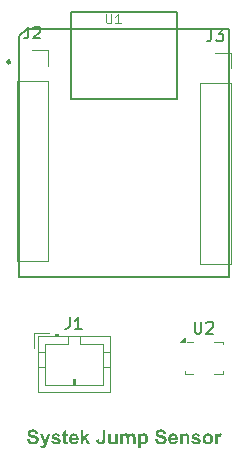
<source format=gbr>
%TF.GenerationSoftware,KiCad,Pcbnew,8.0.1*%
%TF.CreationDate,2024-04-18T20:01:03+02:00*%
%TF.ProjectId,jump,6a756d70-2e6b-4696-9361-645f70636258,rev?*%
%TF.SameCoordinates,Original*%
%TF.FileFunction,Legend,Top*%
%TF.FilePolarity,Positive*%
%FSLAX46Y46*%
G04 Gerber Fmt 4.6, Leading zero omitted, Abs format (unit mm)*
G04 Created by KiCad (PCBNEW 8.0.1) date 2024-04-18 20:01:03*
%MOMM*%
%LPD*%
G01*
G04 APERTURE LIST*
%ADD10C,0.300000*%
%ADD11C,0.150000*%
%ADD12C,0.106680*%
%ADD13C,0.120000*%
%ADD14C,0.254000*%
%ADD15C,0.127000*%
%ADD16C,0.100000*%
G04 APERTURE END LIST*
D10*
G36*
X65060963Y-87402085D02*
G01*
X65298367Y-87383327D01*
X65313879Y-87443744D01*
X65339273Y-87499455D01*
X65377123Y-87546851D01*
X65385122Y-87553906D01*
X65435660Y-87584943D01*
X65497005Y-87603097D01*
X65562149Y-87608421D01*
X65623834Y-87604549D01*
X65681605Y-87591166D01*
X65735969Y-87562486D01*
X65739762Y-87559475D01*
X65780635Y-87513249D01*
X65799027Y-87456748D01*
X65799553Y-87444583D01*
X65784168Y-87386330D01*
X65774347Y-87372775D01*
X65725234Y-87337204D01*
X65686713Y-87321191D01*
X65628089Y-87303256D01*
X65568302Y-87286867D01*
X65509845Y-87271492D01*
X65491221Y-87266676D01*
X65432801Y-87250485D01*
X65370235Y-87229657D01*
X65315892Y-87207304D01*
X65262884Y-87179299D01*
X65216008Y-87144750D01*
X65172611Y-87098522D01*
X65139873Y-87048059D01*
X65117794Y-86993360D01*
X65106373Y-86934425D01*
X65104633Y-86898847D01*
X65110798Y-86836190D01*
X65129292Y-86776372D01*
X65156803Y-86724457D01*
X65194087Y-86677339D01*
X65240357Y-86637835D01*
X65295615Y-86605944D01*
X65307745Y-86600480D01*
X65366504Y-86579936D01*
X65424106Y-86567319D01*
X65486763Y-86560015D01*
X65545736Y-86557981D01*
X65614063Y-86560479D01*
X65676894Y-86567971D01*
X65734230Y-86580457D01*
X65795779Y-86602034D01*
X65849415Y-86630802D01*
X65888066Y-86660270D01*
X65933229Y-86708289D01*
X65967928Y-86762844D01*
X65992165Y-86823935D01*
X66004612Y-86881500D01*
X66009113Y-86933138D01*
X65764968Y-86933138D01*
X65748248Y-86872784D01*
X65715927Y-86820395D01*
X65697850Y-86803885D01*
X65642841Y-86776837D01*
X65579972Y-86765709D01*
X65543098Y-86764318D01*
X65481251Y-86768497D01*
X65423534Y-86782746D01*
X65376622Y-86807109D01*
X65340994Y-86856403D01*
X65337934Y-86880968D01*
X65358377Y-86937077D01*
X65374277Y-86952775D01*
X65427377Y-86982135D01*
X65483431Y-87002578D01*
X65546032Y-87021037D01*
X65598492Y-87034548D01*
X65662051Y-87050876D01*
X65719076Y-87067328D01*
X65777350Y-87086679D01*
X65833060Y-87109000D01*
X65861981Y-87123062D01*
X65911652Y-87154506D01*
X65957894Y-87196566D01*
X65995338Y-87246453D01*
X66022871Y-87304583D01*
X66037984Y-87364941D01*
X66043509Y-87425382D01*
X66043698Y-87439600D01*
X66038059Y-87503525D01*
X66021144Y-87564874D01*
X65992951Y-87623647D01*
X65985959Y-87635092D01*
X65949702Y-87682656D01*
X65905887Y-87722800D01*
X65854514Y-87755525D01*
X65822707Y-87770501D01*
X65766708Y-87789863D01*
X65704225Y-87803693D01*
X65644232Y-87811257D01*
X65579275Y-87814584D01*
X65559804Y-87814757D01*
X65490777Y-87812189D01*
X65426946Y-87804482D01*
X65368309Y-87791638D01*
X65304802Y-87769443D01*
X65248775Y-87739850D01*
X65207801Y-87709538D01*
X65165222Y-87666580D01*
X65129587Y-87616843D01*
X65100897Y-87560325D01*
X65079153Y-87497028D01*
X65066337Y-87439101D01*
X65060963Y-87402085D01*
G37*
G36*
X66131039Y-86914381D02*
G01*
X66377529Y-86914381D01*
X66587090Y-87538665D01*
X66791374Y-86914381D01*
X67031416Y-86914381D01*
X66722205Y-87764053D01*
X66667103Y-87926425D01*
X66642773Y-87980441D01*
X66612269Y-88033707D01*
X66608778Y-88038679D01*
X66569084Y-88083146D01*
X66545471Y-88101401D01*
X66491345Y-88128401D01*
X66457250Y-88138916D01*
X66397703Y-88149436D01*
X66338841Y-88152399D01*
X66276772Y-88149565D01*
X66215863Y-88141064D01*
X66207829Y-88139503D01*
X66187313Y-87971561D01*
X66245211Y-87981278D01*
X66285498Y-87983578D01*
X66344069Y-87974823D01*
X66394460Y-87942962D01*
X66404787Y-87930528D01*
X66435361Y-87878813D01*
X66457422Y-87820845D01*
X66464284Y-87796000D01*
X66131039Y-86914381D01*
G37*
G36*
X67093551Y-87552147D02*
G01*
X67325973Y-87514632D01*
X67348468Y-87571345D01*
X67386057Y-87612524D01*
X67440572Y-87637584D01*
X67503179Y-87645806D01*
X67513258Y-87645937D01*
X67574299Y-87641279D01*
X67633096Y-87622359D01*
X67648374Y-87612817D01*
X67678379Y-87560468D01*
X67678855Y-87550975D01*
X67662442Y-87507304D01*
X67605899Y-87482181D01*
X67584773Y-87476823D01*
X67517930Y-87461527D01*
X67457498Y-87446561D01*
X67390974Y-87428317D01*
X67334468Y-87410589D01*
X67272190Y-87386634D01*
X67229546Y-87363690D01*
X67184153Y-87324599D01*
X67148589Y-87272301D01*
X67129439Y-87211193D01*
X67125792Y-87165560D01*
X67132886Y-87104161D01*
X67154169Y-87048558D01*
X67189640Y-86998751D01*
X67215478Y-86973585D01*
X67266640Y-86939476D01*
X67321536Y-86917626D01*
X67385884Y-86903236D01*
X67448563Y-86896841D01*
X67494207Y-86895623D01*
X67558336Y-86897787D01*
X67624948Y-86905781D01*
X67682725Y-86919665D01*
X67737936Y-86942746D01*
X67761214Y-86957172D01*
X67806173Y-86996476D01*
X67842461Y-87045147D01*
X67870078Y-87103185D01*
X67881674Y-87139475D01*
X67663028Y-87176990D01*
X67637436Y-87121243D01*
X67609685Y-87093459D01*
X67555260Y-87069997D01*
X67498311Y-87064443D01*
X67437023Y-87068029D01*
X67378001Y-87083966D01*
X67367299Y-87089942D01*
X67340921Y-87137130D01*
X67364075Y-87179042D01*
X67420912Y-87202948D01*
X67479786Y-87219884D01*
X67547050Y-87236655D01*
X67580376Y-87244401D01*
X67645814Y-87260799D01*
X67703420Y-87278556D01*
X67760729Y-87300992D01*
X67813174Y-87328899D01*
X67838883Y-87347570D01*
X67880099Y-87395905D01*
X67904207Y-87455876D01*
X67911277Y-87520494D01*
X67903324Y-87585610D01*
X67879468Y-87645440D01*
X67844911Y-87694185D01*
X67810746Y-87728002D01*
X67762150Y-87761806D01*
X67704325Y-87787308D01*
X67647416Y-87802557D01*
X67583727Y-87811707D01*
X67513258Y-87814757D01*
X67448731Y-87812274D01*
X67389459Y-87804824D01*
X67326950Y-87789856D01*
X67271594Y-87768127D01*
X67229839Y-87744122D01*
X67182303Y-87705636D01*
X67143743Y-87660811D01*
X67114159Y-87609648D01*
X67093551Y-87552147D01*
G37*
G36*
X68510942Y-86914381D02*
G01*
X68510942Y-87083201D01*
X68352672Y-87083201D01*
X68352672Y-87465979D01*
X68353102Y-87529228D01*
X68355356Y-87588575D01*
X68357069Y-87601680D01*
X68377878Y-87633627D01*
X68416859Y-87645937D01*
X68474765Y-87635408D01*
X68510062Y-87623662D01*
X68529993Y-87784276D01*
X68471885Y-87801630D01*
X68408790Y-87811781D01*
X68347103Y-87814757D01*
X68287459Y-87809335D01*
X68233970Y-87793069D01*
X68181626Y-87761035D01*
X68160111Y-87737088D01*
X68135522Y-87681604D01*
X68127578Y-87644178D01*
X68122083Y-87581383D01*
X68120508Y-87520630D01*
X68120251Y-87476237D01*
X68120251Y-87083201D01*
X68013859Y-87083201D01*
X68013859Y-86914381D01*
X68120251Y-86914381D01*
X68120251Y-86745560D01*
X68352672Y-86614255D01*
X68352672Y-86914381D01*
X68510942Y-86914381D01*
G37*
G36*
X69061738Y-86898778D02*
G01*
X69127216Y-86910896D01*
X69186904Y-86932101D01*
X69240801Y-86962395D01*
X69288907Y-87001777D01*
X69310788Y-87024876D01*
X69349061Y-87078179D01*
X69379028Y-87141146D01*
X69397657Y-87201002D01*
X69410518Y-87267571D01*
X69417612Y-87340851D01*
X69419135Y-87404307D01*
X69418939Y-87420842D01*
X68838618Y-87420842D01*
X68845092Y-87482884D01*
X68863784Y-87540419D01*
X68894598Y-87586732D01*
X68942531Y-87625065D01*
X68999170Y-87643855D01*
X69028248Y-87645937D01*
X69086540Y-87636534D01*
X69119399Y-87619265D01*
X69158829Y-87573218D01*
X69175673Y-87533390D01*
X69406629Y-87570905D01*
X69381130Y-87626996D01*
X69344736Y-87681602D01*
X69300182Y-87727212D01*
X69265945Y-87752622D01*
X69208209Y-87782658D01*
X69150466Y-87801105D01*
X69086677Y-87811784D01*
X69025903Y-87814757D01*
X68957367Y-87811101D01*
X68894642Y-87800131D01*
X68837726Y-87781849D01*
X68777098Y-87750257D01*
X68724836Y-87708134D01*
X68687676Y-87664988D01*
X68653986Y-87609413D01*
X68628571Y-87547836D01*
X68613372Y-87490278D01*
X68604253Y-87428309D01*
X68601214Y-87361931D01*
X68603990Y-87295923D01*
X68607402Y-87270780D01*
X68842721Y-87270780D01*
X69188862Y-87270780D01*
X69182788Y-87212333D01*
X69163334Y-87154741D01*
X69136985Y-87117200D01*
X69089549Y-87081136D01*
X69029635Y-87064907D01*
X69016524Y-87064443D01*
X68955352Y-87075046D01*
X68904165Y-87106855D01*
X68891374Y-87119838D01*
X68859449Y-87171614D01*
X68844749Y-87230999D01*
X68842721Y-87270780D01*
X68607402Y-87270780D01*
X68612319Y-87234551D01*
X68629644Y-87167025D01*
X68654964Y-87106177D01*
X68688280Y-87052005D01*
X68714933Y-87019600D01*
X68759701Y-86977467D01*
X68808713Y-86944051D01*
X68861971Y-86919353D01*
X68919474Y-86903371D01*
X68981223Y-86896107D01*
X69002749Y-86895623D01*
X69061738Y-86898778D01*
G37*
G36*
X69594794Y-87796000D02*
G01*
X69594794Y-86576739D01*
X69826629Y-86576739D01*
X69826629Y-87224764D01*
X70097739Y-86914381D01*
X70382916Y-86914381D01*
X70083670Y-87236781D01*
X70404312Y-87796000D01*
X70154598Y-87796000D01*
X69934487Y-87398274D01*
X69826629Y-87513752D01*
X69826629Y-87796000D01*
X69594794Y-87796000D01*
G37*
G36*
X71441856Y-86576739D02*
G01*
X71685122Y-86576739D01*
X71685122Y-87347277D01*
X71683859Y-87410090D01*
X71679326Y-87473668D01*
X71670284Y-87534727D01*
X71658743Y-87579698D01*
X71634228Y-87636228D01*
X71600577Y-87686128D01*
X71557793Y-87729397D01*
X71530076Y-87750570D01*
X71472966Y-87781598D01*
X71414339Y-87800654D01*
X71348311Y-87811686D01*
X71284466Y-87814757D01*
X71220217Y-87811244D01*
X71161779Y-87800703D01*
X71100947Y-87779523D01*
X71048026Y-87748779D01*
X71008960Y-87714813D01*
X70971345Y-87666485D01*
X70942874Y-87609210D01*
X70925749Y-87552995D01*
X70915342Y-87490206D01*
X70911653Y-87420842D01*
X71141730Y-87402085D01*
X71147183Y-87464606D01*
X71161737Y-87523944D01*
X71172212Y-87545113D01*
X71214743Y-87588390D01*
X71273095Y-87607432D01*
X71292672Y-87608421D01*
X71350990Y-87600682D01*
X71401117Y-87569907D01*
X71407857Y-87561526D01*
X71429870Y-87506498D01*
X71439166Y-87441457D01*
X71441823Y-87375205D01*
X71441856Y-87366034D01*
X71441856Y-86576739D01*
G37*
G36*
X72514570Y-87796000D02*
G01*
X72514570Y-87664988D01*
X72474495Y-87713279D01*
X72425928Y-87753080D01*
X72388834Y-87774897D01*
X72334363Y-87797591D01*
X72272491Y-87811604D01*
X72224410Y-87814757D01*
X72160978Y-87809276D01*
X72102575Y-87792830D01*
X72066434Y-87775776D01*
X72015904Y-87738928D01*
X71978144Y-87691729D01*
X71965024Y-87666453D01*
X71945913Y-87605934D01*
X71936726Y-87543979D01*
X71933694Y-87479262D01*
X71933663Y-87471547D01*
X71933663Y-86914381D01*
X72165205Y-86914381D01*
X72165205Y-87323829D01*
X72165648Y-87389170D01*
X72167285Y-87452483D01*
X72171162Y-87513441D01*
X72177808Y-87554199D01*
X72207097Y-87605936D01*
X72224410Y-87621317D01*
X72279608Y-87643532D01*
X72310286Y-87645937D01*
X72369716Y-87636590D01*
X72416385Y-87612817D01*
X72460012Y-87570550D01*
X72480865Y-87530752D01*
X72492061Y-87467285D01*
X72496114Y-87404906D01*
X72497887Y-87335750D01*
X72498157Y-87290124D01*
X72498157Y-86914381D01*
X72729699Y-86914381D01*
X72729699Y-87796000D01*
X72514570Y-87796000D01*
G37*
G36*
X72946880Y-86914381D02*
G01*
X73160544Y-86914381D01*
X73160544Y-87033962D01*
X73205054Y-86986948D01*
X73252634Y-86949661D01*
X73312025Y-86918454D01*
X73375596Y-86900486D01*
X73433412Y-86895623D01*
X73493367Y-86900280D01*
X73551250Y-86915837D01*
X73579371Y-86928742D01*
X73629220Y-86963973D01*
X73667872Y-87008340D01*
X73680781Y-87028393D01*
X73725363Y-86983056D01*
X73772500Y-86947280D01*
X73805345Y-86928742D01*
X73861091Y-86907299D01*
X73919740Y-86896787D01*
X73947787Y-86895623D01*
X74010583Y-86900298D01*
X74071109Y-86916063D01*
X74111039Y-86935190D01*
X74159723Y-86973195D01*
X74197185Y-87023390D01*
X74210690Y-87050668D01*
X74226251Y-87107903D01*
X74232823Y-87167597D01*
X74234724Y-87232971D01*
X74234724Y-87796000D01*
X74002889Y-87796000D01*
X74002889Y-87286314D01*
X74001386Y-87225808D01*
X73995284Y-87166715D01*
X73978855Y-87114855D01*
X73935068Y-87075520D01*
X73880083Y-87064443D01*
X73821442Y-87076236D01*
X73788346Y-87094632D01*
X73747717Y-87137589D01*
X73726503Y-87183438D01*
X73714358Y-87242001D01*
X73709229Y-87302257D01*
X73707745Y-87367793D01*
X73707745Y-87796000D01*
X73476203Y-87796000D01*
X73476203Y-87307123D01*
X73475434Y-87247827D01*
X73471864Y-87185138D01*
X73463893Y-87139182D01*
X73433314Y-87089151D01*
X73425498Y-87082908D01*
X73368620Y-87064894D01*
X73355157Y-87064443D01*
X73295287Y-87074879D01*
X73258729Y-87094046D01*
X73216387Y-87138046D01*
X73197180Y-87178749D01*
X73184558Y-87241188D01*
X73179870Y-87302892D01*
X73178715Y-87362517D01*
X73178715Y-87796000D01*
X72946880Y-87796000D01*
X72946880Y-86914381D01*
G37*
G36*
X75004671Y-86901373D02*
G01*
X75064744Y-86918623D01*
X75120413Y-86947374D01*
X75171678Y-86987626D01*
X75198995Y-87015790D01*
X75235151Y-87064071D01*
X75263827Y-87119009D01*
X75285023Y-87180603D01*
X75298737Y-87248853D01*
X75304452Y-87310813D01*
X75305387Y-87350207D01*
X75302768Y-87416687D01*
X75294911Y-87478372D01*
X75278569Y-87546066D01*
X75254684Y-87606856D01*
X75223257Y-87660742D01*
X75198115Y-87692831D01*
X75156391Y-87734267D01*
X75103649Y-87771774D01*
X75046532Y-87797612D01*
X74985039Y-87811781D01*
X74938436Y-87814757D01*
X74877616Y-87809260D01*
X74818055Y-87791167D01*
X74806838Y-87786034D01*
X74754113Y-87752791D01*
X74707044Y-87711795D01*
X74682861Y-87686969D01*
X74682861Y-88133641D01*
X74451318Y-88133641D01*
X74451318Y-87339949D01*
X74680516Y-87339949D01*
X74683307Y-87404510D01*
X74693331Y-87468711D01*
X74713324Y-87528718D01*
X74738841Y-87571198D01*
X74782154Y-87613750D01*
X74836278Y-87640025D01*
X74881577Y-87645937D01*
X74942755Y-87634618D01*
X74994840Y-87600661D01*
X75015812Y-87577353D01*
X75044097Y-87525902D01*
X75060596Y-87464913D01*
X75068139Y-87399022D01*
X75069448Y-87352259D01*
X75066798Y-87291892D01*
X75057277Y-87231762D01*
X75038289Y-87175415D01*
X75014054Y-87135371D01*
X74969019Y-87092150D01*
X74911858Y-87067837D01*
X74877473Y-87064443D01*
X74817806Y-87074212D01*
X74766300Y-87103516D01*
X74736496Y-87133906D01*
X74704625Y-87189593D01*
X74688388Y-87246952D01*
X74681391Y-87306853D01*
X74680516Y-87339949D01*
X74451318Y-87339949D01*
X74451318Y-86914381D01*
X74667327Y-86914381D01*
X74667327Y-87043048D01*
X74706314Y-86993627D01*
X74751061Y-86955392D01*
X74781046Y-86936362D01*
X74837086Y-86911537D01*
X74897495Y-86898169D01*
X74940195Y-86895623D01*
X75004671Y-86901373D01*
G37*
G36*
X75890104Y-87402085D02*
G01*
X76127508Y-87383327D01*
X76143021Y-87443744D01*
X76168415Y-87499455D01*
X76206265Y-87546851D01*
X76214263Y-87553906D01*
X76264802Y-87584943D01*
X76326146Y-87603097D01*
X76391290Y-87608421D01*
X76452975Y-87604549D01*
X76510746Y-87591166D01*
X76565110Y-87562486D01*
X76568904Y-87559475D01*
X76609776Y-87513249D01*
X76628169Y-87456748D01*
X76628695Y-87444583D01*
X76613310Y-87386330D01*
X76603489Y-87372775D01*
X76554376Y-87337204D01*
X76515854Y-87321191D01*
X76457230Y-87303256D01*
X76397444Y-87286867D01*
X76338986Y-87271492D01*
X76320362Y-87266676D01*
X76261943Y-87250485D01*
X76199377Y-87229657D01*
X76145034Y-87207304D01*
X76092026Y-87179299D01*
X76045150Y-87144750D01*
X76001753Y-87098522D01*
X75969014Y-87048059D01*
X75946935Y-86993360D01*
X75935515Y-86934425D01*
X75933775Y-86898847D01*
X75939939Y-86836190D01*
X75958433Y-86776372D01*
X75985945Y-86724457D01*
X76023228Y-86677339D01*
X76069499Y-86637835D01*
X76124757Y-86605944D01*
X76136887Y-86600480D01*
X76195646Y-86579936D01*
X76253247Y-86567319D01*
X76315905Y-86560015D01*
X76374877Y-86557981D01*
X76443204Y-86560479D01*
X76506036Y-86567971D01*
X76563372Y-86580457D01*
X76624921Y-86602034D01*
X76678557Y-86630802D01*
X76717208Y-86660270D01*
X76762370Y-86708289D01*
X76797070Y-86762844D01*
X76821307Y-86823935D01*
X76833754Y-86881500D01*
X76838255Y-86933138D01*
X76594110Y-86933138D01*
X76577390Y-86872784D01*
X76545068Y-86820395D01*
X76526992Y-86803885D01*
X76471982Y-86776837D01*
X76409114Y-86765709D01*
X76372240Y-86764318D01*
X76310393Y-86768497D01*
X76252675Y-86782746D01*
X76205764Y-86807109D01*
X76170136Y-86856403D01*
X76167076Y-86880968D01*
X76187519Y-86937077D01*
X76203419Y-86952775D01*
X76256519Y-86982135D01*
X76312573Y-87002578D01*
X76375174Y-87021037D01*
X76427634Y-87034548D01*
X76491192Y-87050876D01*
X76548218Y-87067328D01*
X76606491Y-87086679D01*
X76662202Y-87109000D01*
X76691123Y-87123062D01*
X76740794Y-87154506D01*
X76787035Y-87196566D01*
X76824480Y-87246453D01*
X76852013Y-87304583D01*
X76867125Y-87364941D01*
X76872651Y-87425382D01*
X76872840Y-87439600D01*
X76867201Y-87503525D01*
X76850285Y-87564874D01*
X76822093Y-87623647D01*
X76815101Y-87635092D01*
X76778844Y-87682656D01*
X76735028Y-87722800D01*
X76683655Y-87755525D01*
X76651849Y-87770501D01*
X76595850Y-87789863D01*
X76533367Y-87803693D01*
X76473374Y-87811257D01*
X76408417Y-87814584D01*
X76388946Y-87814757D01*
X76319919Y-87812189D01*
X76256087Y-87804482D01*
X76197450Y-87791638D01*
X76133943Y-87769443D01*
X76077917Y-87739850D01*
X76036943Y-87709538D01*
X75994363Y-87666580D01*
X75958729Y-87616843D01*
X75930039Y-87560325D01*
X75908294Y-87497028D01*
X75895479Y-87439101D01*
X75890104Y-87402085D01*
G37*
G36*
X77462910Y-86898778D02*
G01*
X77528389Y-86910896D01*
X77588076Y-86932101D01*
X77641973Y-86962395D01*
X77690079Y-87001777D01*
X77711960Y-87024876D01*
X77750233Y-87078179D01*
X77780200Y-87141146D01*
X77798829Y-87201002D01*
X77811691Y-87267571D01*
X77818785Y-87340851D01*
X77820307Y-87404307D01*
X77820111Y-87420842D01*
X77239790Y-87420842D01*
X77246264Y-87482884D01*
X77264957Y-87540419D01*
X77295771Y-87586732D01*
X77343703Y-87625065D01*
X77400342Y-87643855D01*
X77429420Y-87645937D01*
X77487713Y-87636534D01*
X77520572Y-87619265D01*
X77560002Y-87573218D01*
X77576845Y-87533390D01*
X77807801Y-87570905D01*
X77782302Y-87626996D01*
X77745909Y-87681602D01*
X77701354Y-87727212D01*
X77667117Y-87752622D01*
X77609382Y-87782658D01*
X77551638Y-87801105D01*
X77487849Y-87811784D01*
X77427076Y-87814757D01*
X77358540Y-87811101D01*
X77295814Y-87800131D01*
X77238899Y-87781849D01*
X77178270Y-87750257D01*
X77126008Y-87708134D01*
X77088848Y-87664988D01*
X77055158Y-87609413D01*
X77029743Y-87547836D01*
X77014545Y-87490278D01*
X77005426Y-87428309D01*
X77002386Y-87361931D01*
X77005162Y-87295923D01*
X77008575Y-87270780D01*
X77243893Y-87270780D01*
X77590034Y-87270780D01*
X77583961Y-87212333D01*
X77564507Y-87154741D01*
X77538157Y-87117200D01*
X77490721Y-87081136D01*
X77430808Y-87064907D01*
X77417697Y-87064443D01*
X77356524Y-87075046D01*
X77305337Y-87106855D01*
X77292547Y-87119838D01*
X77260621Y-87171614D01*
X77245921Y-87230999D01*
X77243893Y-87270780D01*
X77008575Y-87270780D01*
X77013492Y-87234551D01*
X77030816Y-87167025D01*
X77056136Y-87106177D01*
X77089453Y-87052005D01*
X77116106Y-87019600D01*
X77160873Y-86977467D01*
X77209886Y-86944051D01*
X77263144Y-86919353D01*
X77320647Y-86903371D01*
X77382395Y-86896107D01*
X77403921Y-86895623D01*
X77462910Y-86898778D01*
G37*
G36*
X78800502Y-87796000D02*
G01*
X78568960Y-87796000D01*
X78568960Y-87340829D01*
X78568025Y-87274956D01*
X78564741Y-87216090D01*
X78554932Y-87156592D01*
X78554012Y-87153836D01*
X78523256Y-87102587D01*
X78505945Y-87087891D01*
X78450950Y-87066298D01*
X78425638Y-87064443D01*
X78365045Y-87073956D01*
X78317487Y-87098149D01*
X78275165Y-87139936D01*
X78251835Y-87187249D01*
X78240449Y-87247784D01*
X78235967Y-87307884D01*
X78234318Y-87373802D01*
X78234249Y-87392120D01*
X78234249Y-87796000D01*
X78002707Y-87796000D01*
X78002707Y-86914381D01*
X78217836Y-86914381D01*
X78217836Y-87043048D01*
X78262892Y-86992946D01*
X78312111Y-86953211D01*
X78365492Y-86923841D01*
X78423037Y-86904837D01*
X78484744Y-86896199D01*
X78506238Y-86895623D01*
X78566405Y-86900218D01*
X78626223Y-86915445D01*
X78646336Y-86923466D01*
X78699135Y-86952919D01*
X78742470Y-86994394D01*
X78772764Y-87046574D01*
X78787606Y-87092287D01*
X78796862Y-87153828D01*
X78800187Y-87218083D01*
X78800502Y-87248798D01*
X78800502Y-87796000D01*
G37*
G36*
X78948513Y-87552147D02*
G01*
X79180935Y-87514632D01*
X79203429Y-87571345D01*
X79241018Y-87612524D01*
X79295533Y-87637584D01*
X79358140Y-87645806D01*
X79368220Y-87645937D01*
X79429261Y-87641279D01*
X79488058Y-87622359D01*
X79503335Y-87612817D01*
X79533340Y-87560468D01*
X79533817Y-87550975D01*
X79517404Y-87507304D01*
X79460861Y-87482181D01*
X79439734Y-87476823D01*
X79372891Y-87461527D01*
X79312459Y-87446561D01*
X79245936Y-87428317D01*
X79189430Y-87410589D01*
X79127151Y-87386634D01*
X79084508Y-87363690D01*
X79039115Y-87324599D01*
X79003551Y-87272301D01*
X78984401Y-87211193D01*
X78980753Y-87165560D01*
X78987847Y-87104161D01*
X79009130Y-87048558D01*
X79044602Y-86998751D01*
X79070439Y-86973585D01*
X79121602Y-86939476D01*
X79176497Y-86917626D01*
X79240845Y-86903236D01*
X79303525Y-86896841D01*
X79349169Y-86895623D01*
X79413298Y-86897787D01*
X79479910Y-86905781D01*
X79537686Y-86919665D01*
X79592897Y-86942746D01*
X79616175Y-86957172D01*
X79661134Y-86996476D01*
X79697422Y-87045147D01*
X79725040Y-87103185D01*
X79736636Y-87139475D01*
X79517990Y-87176990D01*
X79492397Y-87121243D01*
X79464647Y-87093459D01*
X79410221Y-87069997D01*
X79353272Y-87064443D01*
X79291984Y-87068029D01*
X79232963Y-87083966D01*
X79222260Y-87089942D01*
X79195882Y-87137130D01*
X79219036Y-87179042D01*
X79275873Y-87202948D01*
X79334748Y-87219884D01*
X79402011Y-87236655D01*
X79435338Y-87244401D01*
X79500775Y-87260799D01*
X79558381Y-87278556D01*
X79615691Y-87300992D01*
X79668136Y-87328899D01*
X79693845Y-87347570D01*
X79735061Y-87395905D01*
X79759168Y-87455876D01*
X79766238Y-87520494D01*
X79758286Y-87585610D01*
X79734430Y-87645440D01*
X79699872Y-87694185D01*
X79665708Y-87728002D01*
X79617112Y-87761806D01*
X79559287Y-87787308D01*
X79502378Y-87802557D01*
X79438689Y-87811707D01*
X79368220Y-87814757D01*
X79303693Y-87812274D01*
X79244421Y-87804824D01*
X79181912Y-87789856D01*
X79126556Y-87768127D01*
X79084801Y-87744122D01*
X79037265Y-87705636D01*
X78998705Y-87660811D01*
X78969121Y-87609648D01*
X78948513Y-87552147D01*
G37*
G36*
X80422146Y-86898785D02*
G01*
X80489932Y-86910930D01*
X80552670Y-86932184D01*
X80610358Y-86962547D01*
X80662998Y-87002018D01*
X80687424Y-87025169D01*
X80730554Y-87076160D01*
X80764759Y-87131973D01*
X80790042Y-87192609D01*
X80806401Y-87258067D01*
X80813218Y-87316299D01*
X80814333Y-87352845D01*
X80811199Y-87413467D01*
X80799164Y-87481831D01*
X80778103Y-87545413D01*
X80748015Y-87604215D01*
X80708901Y-87658235D01*
X80685959Y-87683452D01*
X80635600Y-87728076D01*
X80580584Y-87763466D01*
X80520910Y-87789625D01*
X80456578Y-87806551D01*
X80387590Y-87814244D01*
X80363558Y-87814757D01*
X80304024Y-87811350D01*
X80245882Y-87801129D01*
X80189132Y-87784093D01*
X80133775Y-87760242D01*
X80082520Y-87729669D01*
X80032654Y-87687699D01*
X79991042Y-87637706D01*
X79967885Y-87599921D01*
X79943009Y-87544289D01*
X79925240Y-87482905D01*
X79915523Y-87424475D01*
X79911247Y-87361641D01*
X79911171Y-87355190D01*
X80148429Y-87355190D01*
X80152295Y-87421557D01*
X80163890Y-87479681D01*
X80186175Y-87535217D01*
X80210272Y-87571198D01*
X80256182Y-87613750D01*
X80314008Y-87640025D01*
X80362679Y-87645937D01*
X80421480Y-87637105D01*
X80477726Y-87607327D01*
X80514501Y-87571198D01*
X80546958Y-87517692D01*
X80565892Y-87458230D01*
X80574547Y-87396383D01*
X80576050Y-87353431D01*
X80572203Y-87287852D01*
X80560662Y-87230333D01*
X80538483Y-87175258D01*
X80514501Y-87139475D01*
X80468924Y-87096757D01*
X80411304Y-87070378D01*
X80362679Y-87064443D01*
X80303810Y-87073309D01*
X80247330Y-87103205D01*
X80210272Y-87139475D01*
X80177660Y-87192655D01*
X80158636Y-87251578D01*
X80149939Y-87312752D01*
X80148429Y-87355190D01*
X79911171Y-87355190D01*
X79911025Y-87342880D01*
X79915523Y-87278197D01*
X79929016Y-87214719D01*
X79948562Y-87159306D01*
X79967885Y-87118372D01*
X79999282Y-87067356D01*
X80041699Y-87017626D01*
X80091627Y-86976011D01*
X80129085Y-86952775D01*
X80182758Y-86927771D01*
X80239434Y-86909911D01*
X80299115Y-86899195D01*
X80361800Y-86895623D01*
X80422146Y-86898785D01*
G37*
G36*
X81212058Y-87796000D02*
G01*
X80980516Y-87796000D01*
X80980516Y-86914381D01*
X81195645Y-86914381D01*
X81195645Y-87038944D01*
X81228996Y-86989731D01*
X81269099Y-86943470D01*
X81294710Y-86923173D01*
X81351501Y-86900170D01*
X81395240Y-86895623D01*
X81453767Y-86902300D01*
X81510645Y-86922331D01*
X81547648Y-86943103D01*
X81475840Y-87158819D01*
X81422753Y-87131470D01*
X81367103Y-87120717D01*
X81309557Y-87132077D01*
X81284452Y-87147095D01*
X81247930Y-87196669D01*
X81231402Y-87242350D01*
X81220389Y-87307337D01*
X81215761Y-87367265D01*
X81213267Y-87430130D01*
X81212228Y-87490624D01*
X81212058Y-87530459D01*
X81212058Y-87796000D01*
G37*
D11*
X80666666Y-52684819D02*
X80666666Y-53399104D01*
X80666666Y-53399104D02*
X80619047Y-53541961D01*
X80619047Y-53541961D02*
X80523809Y-53637200D01*
X80523809Y-53637200D02*
X80380952Y-53684819D01*
X80380952Y-53684819D02*
X80285714Y-53684819D01*
X81047619Y-52684819D02*
X81666666Y-52684819D01*
X81666666Y-52684819D02*
X81333333Y-53065771D01*
X81333333Y-53065771D02*
X81476190Y-53065771D01*
X81476190Y-53065771D02*
X81571428Y-53113390D01*
X81571428Y-53113390D02*
X81619047Y-53161009D01*
X81619047Y-53161009D02*
X81666666Y-53256247D01*
X81666666Y-53256247D02*
X81666666Y-53494342D01*
X81666666Y-53494342D02*
X81619047Y-53589580D01*
X81619047Y-53589580D02*
X81571428Y-53637200D01*
X81571428Y-53637200D02*
X81476190Y-53684819D01*
X81476190Y-53684819D02*
X81190476Y-53684819D01*
X81190476Y-53684819D02*
X81095238Y-53637200D01*
X81095238Y-53637200D02*
X81047619Y-53589580D01*
X65166666Y-52444819D02*
X65166666Y-53159104D01*
X65166666Y-53159104D02*
X65119047Y-53301961D01*
X65119047Y-53301961D02*
X65023809Y-53397200D01*
X65023809Y-53397200D02*
X64880952Y-53444819D01*
X64880952Y-53444819D02*
X64785714Y-53444819D01*
X65595238Y-52540057D02*
X65642857Y-52492438D01*
X65642857Y-52492438D02*
X65738095Y-52444819D01*
X65738095Y-52444819D02*
X65976190Y-52444819D01*
X65976190Y-52444819D02*
X66071428Y-52492438D01*
X66071428Y-52492438D02*
X66119047Y-52540057D01*
X66119047Y-52540057D02*
X66166666Y-52635295D01*
X66166666Y-52635295D02*
X66166666Y-52730533D01*
X66166666Y-52730533D02*
X66119047Y-52873390D01*
X66119047Y-52873390D02*
X65547619Y-53444819D01*
X65547619Y-53444819D02*
X66166666Y-53444819D01*
D12*
X71752450Y-51399641D02*
X71752450Y-52032948D01*
X71752450Y-52032948D02*
X71789704Y-52107454D01*
X71789704Y-52107454D02*
X71826957Y-52144708D01*
X71826957Y-52144708D02*
X71901464Y-52181961D01*
X71901464Y-52181961D02*
X72050477Y-52181961D01*
X72050477Y-52181961D02*
X72124984Y-52144708D01*
X72124984Y-52144708D02*
X72162237Y-52107454D01*
X72162237Y-52107454D02*
X72199490Y-52032948D01*
X72199490Y-52032948D02*
X72199490Y-51399641D01*
X72981810Y-52181961D02*
X72534770Y-52181961D01*
X72758290Y-52181961D02*
X72758290Y-51399641D01*
X72758290Y-51399641D02*
X72683783Y-51511401D01*
X72683783Y-51511401D02*
X72609277Y-51585908D01*
X72609277Y-51585908D02*
X72534770Y-51623161D01*
D11*
X79238095Y-77442319D02*
X79238095Y-78251842D01*
X79238095Y-78251842D02*
X79285714Y-78347080D01*
X79285714Y-78347080D02*
X79333333Y-78394700D01*
X79333333Y-78394700D02*
X79428571Y-78442319D01*
X79428571Y-78442319D02*
X79619047Y-78442319D01*
X79619047Y-78442319D02*
X79714285Y-78394700D01*
X79714285Y-78394700D02*
X79761904Y-78347080D01*
X79761904Y-78347080D02*
X79809523Y-78251842D01*
X79809523Y-78251842D02*
X79809523Y-77442319D01*
X80238095Y-77537557D02*
X80285714Y-77489938D01*
X80285714Y-77489938D02*
X80380952Y-77442319D01*
X80380952Y-77442319D02*
X80619047Y-77442319D01*
X80619047Y-77442319D02*
X80714285Y-77489938D01*
X80714285Y-77489938D02*
X80761904Y-77537557D01*
X80761904Y-77537557D02*
X80809523Y-77632795D01*
X80809523Y-77632795D02*
X80809523Y-77728033D01*
X80809523Y-77728033D02*
X80761904Y-77870890D01*
X80761904Y-77870890D02*
X80190476Y-78442319D01*
X80190476Y-78442319D02*
X80809523Y-78442319D01*
X68666666Y-77054819D02*
X68666666Y-77769104D01*
X68666666Y-77769104D02*
X68619047Y-77911961D01*
X68619047Y-77911961D02*
X68523809Y-78007200D01*
X68523809Y-78007200D02*
X68380952Y-78054819D01*
X68380952Y-78054819D02*
X68285714Y-78054819D01*
X69666666Y-78054819D02*
X69095238Y-78054819D01*
X69380952Y-78054819D02*
X69380952Y-77054819D01*
X69380952Y-77054819D02*
X69285714Y-77197676D01*
X69285714Y-77197676D02*
X69190476Y-77292914D01*
X69190476Y-77292914D02*
X69095238Y-77340533D01*
D13*
%TO.C,J3*%
X79670000Y-57270000D02*
X79670000Y-72570000D01*
X79670000Y-57270000D02*
X82330000Y-57270000D01*
X79670000Y-72570000D02*
X82330000Y-72570000D01*
X81000000Y-54670000D02*
X82330000Y-54670000D01*
X82330000Y-54670000D02*
X82330000Y-56000000D01*
X82330000Y-57270000D02*
X82330000Y-72570000D01*
%TO.C,J2*%
X66830000Y-57030000D02*
X66830000Y-72330000D01*
X66830000Y-54430000D02*
X66830000Y-55760000D01*
X65500000Y-54430000D02*
X66830000Y-54430000D01*
X64170000Y-72330000D02*
X66830000Y-72330000D01*
X64170000Y-57030000D02*
X66830000Y-57030000D01*
X64170000Y-57030000D02*
X64170000Y-72330000D01*
%TO.C,U1*%
D14*
X63622000Y-55458250D02*
G75*
G02*
X63368000Y-55458250I-127000J0D01*
G01*
X63368000Y-55458250D02*
G75*
G02*
X63622000Y-55458250I127000J0D01*
G01*
D15*
X68780000Y-58547250D02*
X68780000Y-51194250D01*
X77779000Y-58547250D02*
X68780000Y-58547250D01*
X77779000Y-51195250D02*
X77779000Y-58547250D01*
X68784000Y-51195250D02*
X77779000Y-51195250D01*
X64384000Y-53290791D02*
X64384000Y-73619250D01*
X65055540Y-52619250D02*
X64384000Y-53290791D01*
X82184000Y-52619250D02*
X65055540Y-52619250D01*
X82184000Y-73619250D02*
X82184000Y-52619250D01*
X64384000Y-73619250D02*
X82184000Y-73619250D01*
D16*
%TO.C,U2*%
X78400000Y-79137500D02*
X78040000Y-79137500D01*
X78400000Y-78777500D01*
X78400000Y-79137500D01*
G36*
X78400000Y-79137500D02*
G01*
X78040000Y-79137500D01*
X78400000Y-78777500D01*
X78400000Y-79137500D01*
G37*
X81600000Y-81837500D02*
X80880000Y-81837500D01*
X81600000Y-81617500D02*
X81600000Y-81837500D01*
X81600000Y-79137500D02*
X81600000Y-79357500D01*
X80880000Y-79137500D02*
X81600000Y-79137500D01*
X78600000Y-79137500D02*
X79120000Y-79137500D01*
X78400000Y-81837500D02*
X79120000Y-81837500D01*
X78400000Y-81837500D02*
X78400000Y-81617500D01*
D13*
%TO.C,J1*%
X72060000Y-83410000D02*
X72060000Y-78690000D01*
X72060000Y-81300000D02*
X71450000Y-81300000D01*
X72060000Y-80000000D02*
X71450000Y-80000000D01*
X72060000Y-78690000D02*
X65940000Y-78690000D01*
X71450000Y-82800000D02*
X71450000Y-79300000D01*
X71450000Y-79300000D02*
X69500000Y-79300000D01*
X69500000Y-79300000D02*
X69500000Y-78690000D01*
X69100000Y-82300000D02*
X69100000Y-82800000D01*
X69000000Y-82800000D02*
X69000000Y-82300000D01*
X68900000Y-82800000D02*
X68900000Y-82300000D01*
X68900000Y-82300000D02*
X69100000Y-82300000D01*
X68500000Y-79300000D02*
X66550000Y-79300000D01*
X68500000Y-78690000D02*
X68500000Y-79300000D01*
X67700000Y-78690000D02*
X67700000Y-78490000D01*
X67700000Y-78590000D02*
X67400000Y-78590000D01*
X67700000Y-78490000D02*
X67400000Y-78490000D01*
X67400000Y-78490000D02*
X67400000Y-78690000D01*
X66890000Y-78390000D02*
X65640000Y-78390000D01*
X66550000Y-82800000D02*
X71450000Y-82800000D01*
X66550000Y-79300000D02*
X66550000Y-82800000D01*
X65940000Y-83410000D02*
X72060000Y-83410000D01*
X65940000Y-81300000D02*
X66550000Y-81300000D01*
X65940000Y-80000000D02*
X66550000Y-80000000D01*
X65940000Y-78690000D02*
X65940000Y-83410000D01*
X65640000Y-78390000D02*
X65640000Y-79640000D01*
%TD*%
M02*

</source>
